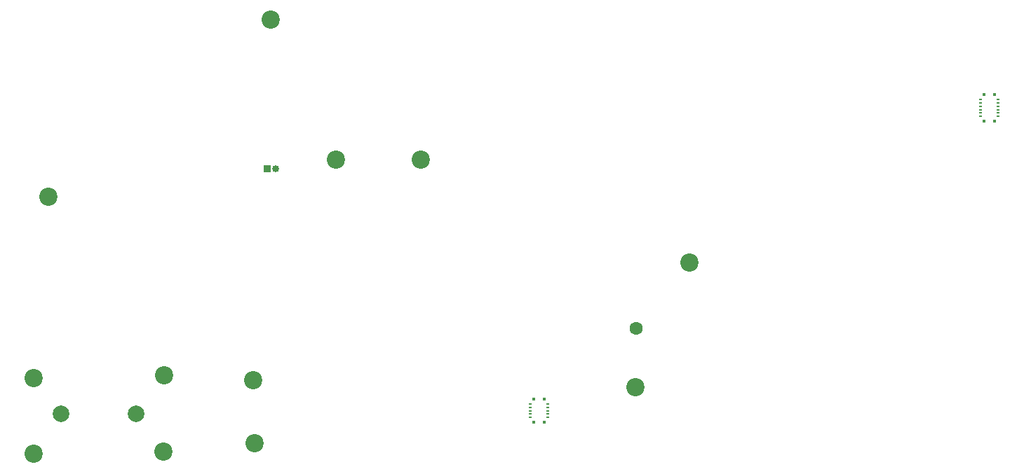
<source format=gbr>
%TF.GenerationSoftware,KiCad,Pcbnew,8.0.5*%
%TF.CreationDate,2025-02-13T07:49:46+01:00*%
%TF.ProjectId,flexpcb,666c6578-7063-4622-9e6b-696361645f70,rev?*%
%TF.SameCoordinates,Original*%
%TF.FileFunction,Soldermask,Top*%
%TF.FilePolarity,Negative*%
%FSLAX46Y46*%
G04 Gerber Fmt 4.6, Leading zero omitted, Abs format (unit mm)*
G04 Created by KiCad (PCBNEW 8.0.5) date 2025-02-13 07:49:46*
%MOMM*%
%LPD*%
G01*
G04 APERTURE LIST*
%ADD10C,2.200000*%
%ADD11R,0.350000X0.240000*%
%ADD12R,0.420000X0.300000*%
%ADD13R,0.850000X0.850000*%
%ADD14O,0.850000X0.850000*%
%ADD15C,1.600000*%
%ADD16C,2.000000*%
G04 APERTURE END LIST*
D10*
%TO.C,*%
X104370000Y-117170000D03*
%TD*%
%TO.C,*%
X77710000Y-109300000D03*
%TD*%
D11*
%TO.C,J2*%
X194140000Y-77660000D03*
X191990000Y-77660000D03*
X194140000Y-77260000D03*
X191990000Y-77260000D03*
X194140000Y-76860000D03*
X191990000Y-76860000D03*
X194140000Y-76460000D03*
X191990000Y-76460000D03*
X194140000Y-76060000D03*
X191990000Y-76060000D03*
X194140000Y-75660000D03*
X191990000Y-75660000D03*
D12*
X193695000Y-78290000D03*
X192435000Y-78290000D03*
X193695000Y-75030000D03*
X192435000Y-75030000D03*
%TD*%
D10*
%TO.C,*%
X93420000Y-118210000D03*
%TD*%
%TO.C,*%
X104260000Y-109550000D03*
%TD*%
%TO.C,*%
X124470000Y-82930000D03*
%TD*%
%TO.C,REF\u002A\u002A*%
X79490000Y-87410000D03*
%TD*%
%TO.C,*%
X156890000Y-95370000D03*
%TD*%
%TO.C,*%
X106340000Y-66020000D03*
%TD*%
D11*
%TO.C,J1*%
X137680000Y-114070000D03*
X137680000Y-113670000D03*
X137680000Y-113270000D03*
X137680000Y-112870000D03*
X137680000Y-112470000D03*
X139830000Y-114070000D03*
X139830000Y-113670000D03*
X139830000Y-113270000D03*
X139830000Y-112870000D03*
X139830000Y-112470000D03*
D12*
X138125000Y-114700000D03*
X138125000Y-111840000D03*
X139385000Y-114700000D03*
X139385000Y-111840000D03*
%TD*%
D10*
%TO.C,*%
X93440000Y-109030000D03*
%TD*%
%TO.C,*%
X114210000Y-82880000D03*
%TD*%
%TO.C,*%
X77750000Y-118460000D03*
%TD*%
D13*
%TO.C,SW1*%
X105910000Y-84010000D03*
D14*
X106910000Y-84010000D03*
%TD*%
D10*
%TO.C,*%
X150370000Y-110440000D03*
%TD*%
D15*
%TO.C,PA1010D1*%
X150418200Y-103328200D03*
%TD*%
D16*
%TO.C,SW2*%
X81060000Y-113620000D03*
X90060000Y-113620000D03*
%TD*%
M02*

</source>
